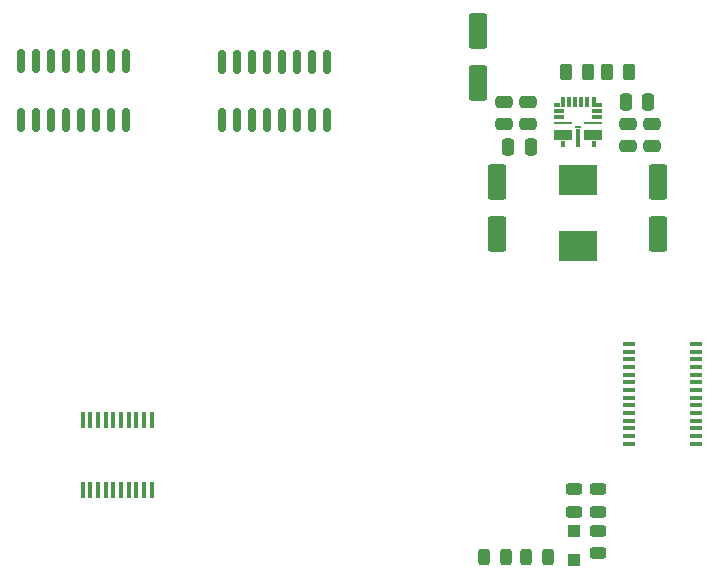
<source format=gbr>
G04 #@! TF.GenerationSoftware,KiCad,Pcbnew,(6.0.1)*
G04 #@! TF.CreationDate,2022-01-26T09:26:30-08:00*
G04 #@! TF.ProjectId,Prime Mover,5072696d-6520-44d6-9f76-65722e6b6963,rev?*
G04 #@! TF.SameCoordinates,Original*
G04 #@! TF.FileFunction,Paste,Top*
G04 #@! TF.FilePolarity,Positive*
%FSLAX46Y46*%
G04 Gerber Fmt 4.6, Leading zero omitted, Abs format (unit mm)*
G04 Created by KiCad (PCBNEW (6.0.1)) date 2022-01-26 09:26:30*
%MOMM*%
%LPD*%
G01*
G04 APERTURE LIST*
G04 Aperture macros list*
%AMRoundRect*
0 Rectangle with rounded corners*
0 $1 Rounding radius*
0 $2 $3 $4 $5 $6 $7 $8 $9 X,Y pos of 4 corners*
0 Add a 4 corners polygon primitive as box body*
4,1,4,$2,$3,$4,$5,$6,$7,$8,$9,$2,$3,0*
0 Add four circle primitives for the rounded corners*
1,1,$1+$1,$2,$3*
1,1,$1+$1,$4,$5*
1,1,$1+$1,$6,$7*
1,1,$1+$1,$8,$9*
0 Add four rect primitives between the rounded corners*
20,1,$1+$1,$2,$3,$4,$5,0*
20,1,$1+$1,$4,$5,$6,$7,0*
20,1,$1+$1,$6,$7,$8,$9,0*
20,1,$1+$1,$8,$9,$2,$3,0*%
G04 Aperture macros list end*
%ADD10R,1.000000X1.000000*%
%ADD11RoundRect,0.243750X-0.456250X0.243750X-0.456250X-0.243750X0.456250X-0.243750X0.456250X0.243750X0*%
%ADD12R,1.100000X0.400000*%
%ADD13RoundRect,0.243750X0.456250X-0.243750X0.456250X0.243750X-0.456250X0.243750X-0.456250X-0.243750X0*%
%ADD14RoundRect,0.243750X0.243750X0.456250X-0.243750X0.456250X-0.243750X-0.456250X0.243750X-0.456250X0*%
%ADD15RoundRect,0.243750X-0.243750X-0.456250X0.243750X-0.456250X0.243750X0.456250X-0.243750X0.456250X0*%
%ADD16RoundRect,0.250000X-0.250000X-0.475000X0.250000X-0.475000X0.250000X0.475000X-0.250000X0.475000X0*%
%ADD17RoundRect,0.250000X-0.262500X-0.450000X0.262500X-0.450000X0.262500X0.450000X-0.262500X0.450000X0*%
%ADD18RoundRect,0.150000X-0.150000X0.825000X-0.150000X-0.825000X0.150000X-0.825000X0.150000X0.825000X0*%
%ADD19RoundRect,0.250000X0.550000X-1.250000X0.550000X1.250000X-0.550000X1.250000X-0.550000X-1.250000X0*%
%ADD20RoundRect,0.250000X-0.475000X0.250000X-0.475000X-0.250000X0.475000X-0.250000X0.475000X0.250000X0*%
%ADD21R,0.450000X1.475000*%
%ADD22R,3.200000X2.650000*%
%ADD23RoundRect,0.250000X0.475000X-0.250000X0.475000X0.250000X-0.475000X0.250000X-0.475000X-0.250000X0*%
%ADD24R,0.875000X0.300000*%
%ADD25R,1.525000X0.250000*%
%ADD26R,1.525000X0.950000*%
%ADD27R,0.450000X0.600000*%
%ADD28R,0.300000X1.650000*%
%ADD29R,0.450000X0.875000*%
%ADD30R,0.300000X0.875000*%
%ADD31R,0.500000X0.350000*%
%ADD32R,0.600000X0.250000*%
G04 APERTURE END LIST*
D10*
X57274000Y-47257000D03*
X57274000Y-49757000D03*
D11*
X57274000Y-43759500D03*
X57274000Y-45634500D03*
X59306000Y-47237000D03*
X59306000Y-49112000D03*
D12*
X67610000Y-39895000D03*
X67610000Y-39245000D03*
X67610000Y-38595000D03*
X67610000Y-37945000D03*
X67610000Y-37295000D03*
X67610000Y-36645000D03*
X67610000Y-35995000D03*
X67610000Y-35345000D03*
X67610000Y-34695000D03*
X67610000Y-34045000D03*
X67610000Y-33395000D03*
X67610000Y-32745000D03*
X67610000Y-32095000D03*
X67610000Y-31445000D03*
X61910000Y-31445000D03*
X61910000Y-32095000D03*
X61910000Y-32745000D03*
X61910000Y-33395000D03*
X61910000Y-34045000D03*
X61910000Y-34695000D03*
X61910000Y-35345000D03*
X61910000Y-35995000D03*
X61910000Y-36645000D03*
X61910000Y-37295000D03*
X61910000Y-37945000D03*
X61910000Y-38595000D03*
X61910000Y-39245000D03*
X61910000Y-39895000D03*
D13*
X59306000Y-45634500D03*
X59306000Y-43759500D03*
D14*
X55080000Y-49470000D03*
X53205000Y-49470000D03*
D15*
X49642500Y-49470000D03*
X51517500Y-49470000D03*
D16*
X51690000Y-14740000D03*
X53590000Y-14740000D03*
D17*
X60057500Y-8420000D03*
X61882500Y-8420000D03*
D18*
X19295000Y-7495000D03*
X18025000Y-7495000D03*
X16755000Y-7495000D03*
X15485000Y-7495000D03*
X14215000Y-7495000D03*
X12945000Y-7495000D03*
X11675000Y-7495000D03*
X10405000Y-7495000D03*
X10405000Y-12445000D03*
X11675000Y-12445000D03*
X12945000Y-12445000D03*
X14215000Y-12445000D03*
X15485000Y-12445000D03*
X16755000Y-12445000D03*
X18025000Y-12445000D03*
X19295000Y-12445000D03*
D19*
X49160000Y-9360000D03*
X49160000Y-4960000D03*
D20*
X63890000Y-12820000D03*
X63890000Y-14720000D03*
D16*
X61620000Y-10970000D03*
X63520000Y-10970000D03*
D21*
X15655000Y-43778000D03*
X16305000Y-43778000D03*
X16955000Y-43778000D03*
X17605000Y-43778000D03*
X18255000Y-43778000D03*
X18905000Y-43778000D03*
X19555000Y-43778000D03*
X20205000Y-43778000D03*
X20855000Y-43778000D03*
X21505000Y-43778000D03*
X21505000Y-37902000D03*
X20855000Y-37902000D03*
X20205000Y-37902000D03*
X19555000Y-37902000D03*
X18905000Y-37902000D03*
X18255000Y-37902000D03*
X17605000Y-37902000D03*
X16955000Y-37902000D03*
X16305000Y-37902000D03*
X15655000Y-37902000D03*
D19*
X50760000Y-22140000D03*
X50760000Y-17740000D03*
D17*
X56615000Y-8420000D03*
X58440000Y-8420000D03*
D22*
X57610000Y-17560000D03*
X57610000Y-23160000D03*
D23*
X53350000Y-12830000D03*
X53350000Y-10930000D03*
D24*
X55997000Y-11720000D03*
X55997000Y-12220000D03*
D25*
X56322000Y-12720000D03*
D26*
X56323000Y-13770000D03*
D27*
X56285000Y-14545000D03*
D28*
X57610000Y-14020000D03*
D27*
X58935000Y-14545000D03*
D26*
X58897000Y-13770000D03*
D25*
X58898000Y-12720000D03*
D24*
X59222000Y-12220000D03*
X59222000Y-11720000D03*
D29*
X58935000Y-10933000D03*
D30*
X58360000Y-10932000D03*
X57860000Y-10932000D03*
X57360000Y-10932000D03*
X56860000Y-10932000D03*
D29*
X56285000Y-10932000D03*
D31*
X55810000Y-11195000D03*
D32*
X57610000Y-13070000D03*
D31*
X59410000Y-11195000D03*
D19*
X64330000Y-22140000D03*
X64330000Y-17740000D03*
D23*
X51290000Y-12830000D03*
X51290000Y-10930000D03*
D20*
X61840000Y-12820000D03*
X61840000Y-14720000D03*
D18*
X36365000Y-7545000D03*
X35095000Y-7545000D03*
X33825000Y-7545000D03*
X32555000Y-7545000D03*
X31285000Y-7545000D03*
X30015000Y-7545000D03*
X28745000Y-7545000D03*
X27475000Y-7545000D03*
X27475000Y-12495000D03*
X28745000Y-12495000D03*
X30015000Y-12495000D03*
X31285000Y-12495000D03*
X32555000Y-12495000D03*
X33825000Y-12495000D03*
X35095000Y-12495000D03*
X36365000Y-12495000D03*
M02*

</source>
